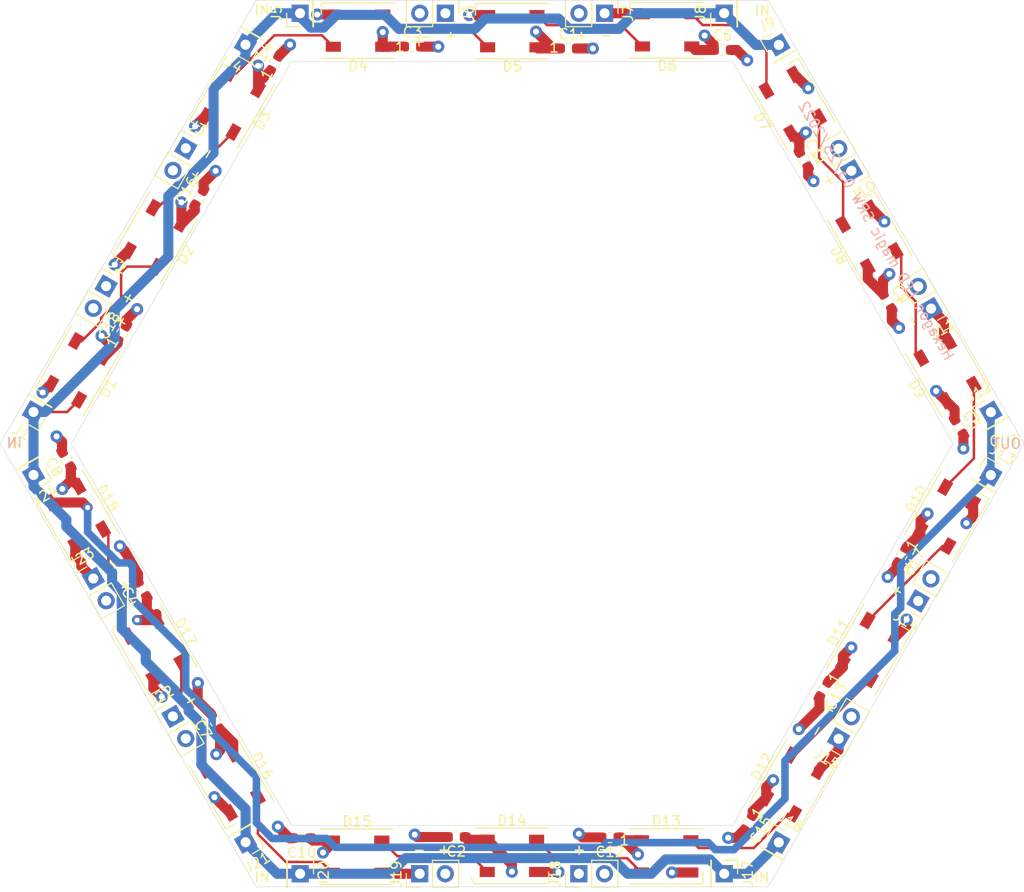
<source format=kicad_pcb>
(kicad_pcb (version 20171130) (host pcbnew "(5.1.6-0-10_14)")
  (layers (0 F.Cu signal hide) (1 GND signal hide) (2 PWR signal hide) (31 B.Cu signal) (34 B.Paste user) (35 F.Paste user) (36 B.SilkS user) (37 F.SilkS user) (38 B.Mask user) (39 F.Mask user) (44 Edge.Cuts user))
  (net 0 "")
  (net 1 GND)
  (net 2 "Net-(D1-Pad2)")
  (net 3 +5V)
  (net 4 "Net-(D2-Pad2)")
  (net 5 "Net-(D3-Pad2)")
  (net 6 "Net-(D4-Pad2)")
  (net 7 "Net-(D5-Pad2)")
  (net 8 "Net-(D6-Pad2)")
  (net 9 "Net-(D7-Pad2)")
  (net 10 "Net-(D8-Pad2)")
  (net 11 "Net-(D10-Pad4)")
  (net 12 "Net-(D11-Pad2)")
  (net 13 "Net-(D12-Pad2)")
  (net 14 "Net-(D13-Pad2)")
  (net 15 "Net-(D14-Pad2)")
  (net 16 "Net-(D15-Pad2)")
  (net 17 "Net-(D16-Pad2)")
  (net 18 "Net-(D17-Pad2)")
  (net 19 /in)
  (net 20 /int)
  (net 21 /out)
  (module Connector_PinHeader_2.54mm:PinHeader_1x02_P2.54mm_Vertical (layer F.Cu) (at 131.576451 133.676989 30)
    (fp_text reference J22 (at 0 -2.33 30) (layer F.SilkS))
    (fp_text value Conn_01x02_Male)
    (pad 2 thru_hole oval (at 0 2.54 30) (size 1.7 1.7) (drill 1) (layers *.Cu *.Mask) (net 1 GND))
    (pad 1 thru_hole rect (at 0 0 30) (size 1.7 1.7) (drill 1) (layers *.Cu *.Mask) (net 3 +5V))
  )
  (module Connector_PinHeader_2.54mm:PinHeader_1x02_P2.54mm_Vertical (layer F.Cu) (at 171.862651 149.293748 90)
    (fp_text reference J18 (at 0 -2.33 90) (layer F.SilkS))
    (fp_text value Conn_01x02_Male)
    (pad 1 thru_hole rect (at 0 0 90) (size 1.7 1.7) (drill 1) (layers *.Cu *.Mask) (net 3 +5V))
    (pad 2 thru_hole oval (at 0 2.54 90) (size 1.7 1.7) (drill 1) (layers *.Cu *.Mask) (net 1 GND))
  )
  (module Connector_PinHeader_2.54mm:PinHeader_1x01_P2.54mm_Vertical (layer F.Cu) (at 186.284307 149.292789 270)
    (fp_text reference J17 (at 0 -2.33 90) (layer F.SilkS))
    (fp_text value Conn_01x01_Male)
    (pad 1 thru_hole rect (at 0 0 270) (size 1.7 1.7) (drill 1) (layers *.Cu *.Mask) (net 19 /in))
  )
  (module Connector_PinHeader_2.54mm:PinHeader_1x01_P2.54mm_Vertical (layer F.Cu) (at 144.197683 149.296615 270)
    (fp_text reference J20 (at 0 -2.33 90) (layer F.SilkS))
    (fp_text value Conn_01x01_Male)
    (pad 1 thru_hole rect (at 0 0 270) (size 1.7 1.7) (drill 1) (layers *.Cu *.Mask) (net 19 /in))
  )
  (module Connector_PinHeader_2.54mm:PinHeader_1x01_P2.54mm_Vertical (layer F.Cu) (at 138.788109 146.166031 210)
    (fp_text reference J21 (at 0 -2.33 30) (layer F.SilkS))
    (fp_text value Conn_01x01_Male)
    (pad 1 thru_hole rect (at 0 0 210) (size 1.7 1.7) (drill 1) (layers *.Cu *.Mask) (net 19 /in))
  )
  (module Connector_PinHeader_2.54mm:PinHeader_1x02_P2.54mm_Vertical (layer F.Cu) (at 123.679225 119.995388 30)
    (fp_text reference J23 (at 0 -2.33 30) (layer F.SilkS))
    (fp_text value Conn_01x02_Male)
    (pad 1 thru_hole rect (at 0 0 30) (size 1.7 1.7) (drill 1) (layers *.Cu *.Mask) (net 1 GND))
    (pad 2 thru_hole oval (at 0 2.54 30) (size 1.7 1.7) (drill 1) (layers *.Cu *.Mask) (net 3 +5V))
  )
  (module Connector_PinHeader_2.54mm:PinHeader_1x01_P2.54mm_Vertical (layer F.Cu) (at 117.741483 109.719858 210)
    (fp_text reference J24 (at 0 -2.33 30) (layer F.SilkS))
    (fp_text value Conn_01x01_Male)
    (pad 1 thru_hole rect (at 0 0 210) (size 1.7 1.7) (drill 1) (layers *.Cu *.Mask) (net 19 /in))
  )
  (module LED_SMD:LED_WS2812B_PLCC4_5.0x5.0mm_P3.2mm (layer F.Cu) (at 122.041129 113.772652 300)
    (fp_text reference D18 (at 0 -3.5 120) (layer F.SilkS))
    (fp_text value WS2812B)
    (pad 3 smd rect (at 2.45 1.6 300) (size 1.5 1) (layers F.Cu F.Paste F.Mask) (net 1 GND))
    (pad 4 smd rect (at 2.45 -1.6 300) (size 1.5 1) (layers F.Cu F.Paste F.Mask) (net 18 "Net-(D17-Pad2)"))
    (pad 2 smd rect (at -2.45 1.6 300) (size 1.5 1) (layers F.Cu F.Paste F.Mask) (net 21 /out))
    (pad 1 smd rect (at -2.45 -1.6 300) (size 1.5 1) (layers F.Cu F.Paste F.Mask) (net 3 +5V))
  )
  (module Connector_PinHeader_2.54mm:PinHeader_1x02_P2.54mm_Vertical (layer F.Cu) (at 156.065424 149.292147 90)
    (fp_text reference J19 (at 0 -2.33 90) (layer F.SilkS))
    (fp_text value Conn_01x02_Male)
    (pad 2 thru_hole oval (at 0 2.54 90) (size 1.7 1.7) (drill 1) (layers *.Cu *.Mask) (net 3 +5V))
    (pad 1 thru_hole rect (at 0 0 90) (size 1.7 1.7) (drill 1) (layers *.Cu *.Mask) (net 1 GND))
  )
  (module LED_SMD:LED_WS2812B_PLCC4_5.0x5.0mm_P3.2mm (layer F.Cu) (at 137.398552 140.324637 300)
    (fp_text reference D16 (at 0 -3.5 120) (layer F.SilkS))
    (fp_text value WS2812B)
    (pad 3 smd rect (at 2.45 1.6 300) (size 1.5 1) (layers F.Cu F.Paste F.Mask) (net 1 GND))
    (pad 4 smd rect (at 2.45 -1.6 300) (size 1.5 1) (layers F.Cu F.Paste F.Mask) (net 16 "Net-(D15-Pad2)"))
    (pad 2 smd rect (at -2.45 1.6 300) (size 1.5 1) (layers F.Cu F.Paste F.Mask) (net 17 "Net-(D16-Pad2)"))
    (pad 1 smd rect (at -2.45 -1.6 300) (size 1.5 1) (layers F.Cu F.Paste F.Mask) (net 3 +5V))
  )
  (module Connector_PinHeader_2.54mm:PinHeader_1x02_P2.54mm_Vertical (layer F.Cu) (at 205.535273 122.223545 150)
    (fp_text reference J14 (at 0 -2.33 150) (layer F.SilkS))
    (fp_text value Conn_01x02_Male)
    (pad 2 thru_hole oval (at 0 2.54 150) (size 1.7 1.7) (drill 1) (layers *.Cu *.Mask) (net 1 GND))
    (pad 1 thru_hole rect (at 0 0 150) (size 1.7 1.7) (drill 1) (layers *.Cu *.Mask) (net 3 +5V))
  )
  (module Connector_PinHeader_2.54mm:PinHeader_1x02_P2.54mm_Vertical (layer F.Cu) (at 197.635273 135.903544 150)
    (fp_text reference J15 (at 0 -2.33 150) (layer F.SilkS))
    (fp_text value Conn_01x02_Male)
    (pad 1 thru_hole rect (at 0 0 150) (size 1.7 1.7) (drill 1) (layers *.Cu *.Mask) (net 1 GND))
    (pad 2 thru_hole oval (at 0 2.54 150) (size 1.7 1.7) (drill 1) (layers *.Cu *.Mask) (net 3 +5V))
  )
  (module Connector_PinHeader_2.54mm:PinHeader_1x01_P2.54mm_Vertical (layer F.Cu) (at 212.745272 109.733545 330)
    (fp_text reference J13 (at 0 -2.33 150) (layer F.SilkS))
    (fp_text value Conn_01x01_Male)
    (pad 1 thru_hole rect (at 0 0 330) (size 1.7 1.7) (drill 1) (layers *.Cu *.Mask) (net 21 /out))
  )
  (module LED_SMD:LED_WS2812B_PLCC4_5.0x5.0mm_P3.2mm (layer F.Cu) (at 208.375274 113.853544 60)
    (fp_text reference D10 (at 0 -3.5 60) (layer F.SilkS))
    (fp_text value WS2812B)
    (fp_text user 1 (at -4.15 -1.6 60) (layer F.SilkS))
    (pad 1 smd rect (at -2.45 -1.6 60) (size 1.5 1) (layers F.Cu F.Paste F.Mask) (net 3 +5V))
    (pad 2 smd rect (at -2.45 1.6 60) (size 1.5 1) (layers F.Cu F.Paste F.Mask) (net 20 /int))
    (pad 4 smd rect (at 2.45 -1.6 60) (size 1.5 1) (layers F.Cu F.Paste F.Mask) (net 11 "Net-(D10-Pad4)"))
    (pad 3 smd rect (at 2.45 1.6 60) (size 1.5 1) (layers F.Cu F.Paste F.Mask) (net 1 GND))
  )
  (module Connector_PinHeader_2.54mm:PinHeader_1x01_P2.54mm_Vertical (layer F.Cu) (at 191.705273 146.183544 330)
    (fp_text reference J16 (at 0 -2.33 150) (layer F.SilkS))
    (fp_text value Conn_01x01_Male)
    (pad 1 thru_hole rect (at 0 0 330) (size 1.7 1.7) (drill 1) (layers *.Cu *.Mask) (net 19 /in))
  )
  (module LED_SMD:LED_WS2812B_PLCC4_5.0x5.0mm_P3.2mm (layer F.Cu) (at 193.065273 140.433544 60)
    (fp_text reference D12 (at 0 -3.5 60) (layer F.SilkS))
    (fp_text value WS2812B)
    (fp_text user 1 (at -4.15 -1.6 60) (layer F.SilkS))
    (pad 3 smd rect (at 2.45 1.6 60) (size 1.5 1) (layers F.Cu F.Paste F.Mask) (net 1 GND))
    (pad 4 smd rect (at 2.45 -1.6 60) (size 1.5 1) (layers F.Cu F.Paste F.Mask) (net 12 "Net-(D11-Pad2)"))
    (pad 2 smd rect (at -2.45 1.6 60) (size 1.5 1) (layers F.Cu F.Paste F.Mask) (net 13 "Net-(D12-Pad2)"))
    (pad 1 smd rect (at -2.45 -1.6 60) (size 1.5 1) (layers F.Cu F.Paste F.Mask) (net 3 +5V))
  )
  (module LED_SMD:LED_WS2812B_PLCC4_5.0x5.0mm_P3.2mm (layer F.Cu) (at 200.675273 127.083544 60)
    (fp_text reference D11 (at 0 -3.5 60) (layer F.SilkS))
    (fp_text value WS2812B)
    (fp_text user 1 (at -4.15 -1.6 60) (layer F.SilkS))
    (pad 3 smd rect (at 2.45 1.6 60) (size 1.5 1) (layers F.Cu F.Paste F.Mask) (net 1 GND))
    (pad 4 smd rect (at 2.45 -1.6 60) (size 1.5 1) (layers F.Cu F.Paste F.Mask) (net 20 /int))
    (pad 2 smd rect (at -2.45 1.6 60) (size 1.5 1) (layers F.Cu F.Paste F.Mask) (net 12 "Net-(D11-Pad2)"))
    (pad 1 smd rect (at -2.45 -1.6 60) (size 1.5 1) (layers F.Cu F.Paste F.Mask) (net 3 +5V))
  )
  (module LED_SMD:LED_WS2812B_PLCC4_5.0x5.0mm_P3.2mm (layer F.Cu) (at 208.452005 99.430629 120)
    (fp_text reference D9 (at 0 -3.5 120) (layer F.SilkS))
    (fp_text value WS2812B)
    (pad 1 smd rect (at -2.45 -1.6 120) (size 1.5 1) (layers F.Cu F.Paste F.Mask) (net 3 +5V))
    (pad 2 smd rect (at -2.45 1.6 120) (size 1.5 1) (layers F.Cu F.Paste F.Mask) (net 11 "Net-(D10-Pad4)"))
    (pad 4 smd rect (at 2.45 -1.6 120) (size 1.5 1) (layers F.Cu F.Paste F.Mask) (net 10 "Net-(D8-Pad2)"))
    (pad 3 smd rect (at 2.45 1.6 120) (size 1.5 1) (layers F.Cu F.Paste F.Mask) (net 1 GND))
  )
  (module LED_SMD:LED_WS2812B_PLCC4_5.0x5.0mm_P3.2mm (layer F.Cu) (at 193.088049 72.88178 120)
    (fp_text reference D7 (at 0 -3.5 120) (layer F.SilkS))
    (fp_text value WS2812B)
    (pad 3 smd rect (at 2.45 1.6 120) (size 1.5 1) (layers F.Cu F.Paste F.Mask) (net 1 GND))
    (pad 4 smd rect (at 2.45 -1.6 120) (size 1.5 1) (layers F.Cu F.Paste F.Mask) (net 8 "Net-(D6-Pad2)"))
    (pad 2 smd rect (at -2.45 1.6 120) (size 1.5 1) (layers F.Cu F.Paste F.Mask) (net 9 "Net-(D7-Pad2)"))
    (pad 1 smd rect (at -2.45 -1.6 120) (size 1.5 1) (layers F.Cu F.Paste F.Mask) (net 3 +5V))
  )
  (module Connector_PinHeader_2.54mm:PinHeader_1x01_P2.54mm_Vertical (layer F.Cu) (at 212.75165 103.483424 30)
    (fp_text reference J12 (at 0 -2.33 30) (layer F.SilkS))
    (fp_text value Conn_01x01_Male)
    (pad 1 thru_hole rect (at 0 0 30) (size 1.7 1.7) (drill 1) (layers *.Cu *.Mask) (net 21 /out))
  )
  (module Connector_PinHeader_2.54mm:PinHeader_1x01_P2.54mm_Vertical (layer F.Cu) (at 191.705025 67.037252 30)
    (fp_text reference J9 (at 0 -2.33 30) (layer F.SilkS))
    (fp_text value Conn_01x01_Male)
    (pad 1 thru_hole rect (at 0 0 30) (size 1.7 1.7) (drill 1) (layers *.Cu *.Mask) (net 19 /in))
  )
  (module Connector_PinHeader_2.54mm:PinHeader_1x02_P2.54mm_Vertical (layer F.Cu) (at 198.916683 79.526293 210)
    (fp_text reference J10 (at 0 -2.33 30) (layer F.SilkS))
    (fp_text value Conn_01x02_Male)
    (pad 1 thru_hole rect (at 0 0 210) (size 1.7 1.7) (drill 1) (layers *.Cu *.Mask) (net 3 +5V))
    (pad 2 thru_hole oval (at 0 2.54 210) (size 1.7 1.7) (drill 1) (layers *.Cu *.Mask) (net 1 GND))
  )
  (module Connector_PinHeader_2.54mm:PinHeader_1x02_P2.54mm_Vertical (layer F.Cu) (at 206.81391 93.207893 210)
    (fp_text reference J11 (at 0 -2.33 30) (layer F.SilkS))
    (fp_text value Conn_01x02_Male)
    (pad 2 thru_hole oval (at 0 2.54 210) (size 1.7 1.7) (drill 1) (layers *.Cu *.Mask) (net 3 +5V))
    (pad 1 thru_hole rect (at 0 0 210) (size 1.7 1.7) (drill 1) (layers *.Cu *.Mask) (net 1 GND))
  )
  (module LED_SMD:LED_WS2812B_PLCC4_5.0x5.0mm_P3.2mm (layer F.Cu) (at 200.695565 86.165177 120)
    (fp_text reference D8 (at 0 -3.5 120) (layer F.SilkS))
    (fp_text value WS2812B)
    (pad 1 smd rect (at -2.45 -1.6 120) (size 1.5 1) (layers F.Cu F.Paste F.Mask) (net 3 +5V))
    (pad 2 smd rect (at -2.45 1.6 120) (size 1.5 1) (layers F.Cu F.Paste F.Mask) (net 10 "Net-(D8-Pad2)"))
    (pad 4 smd rect (at 2.45 -1.6 120) (size 1.5 1) (layers F.Cu F.Paste F.Mask) (net 9 "Net-(D7-Pad2)"))
    (pad 3 smd rect (at 2.45 1.6 120) (size 1.5 1) (layers F.Cu F.Paste F.Mask) (net 1 GND))
  )
  (module Connector_PinHeader_2.54mm:PinHeader_1x02_P2.54mm_Vertical (layer F.Cu) (at 158.614808 63.896332 270)
    (fp_text reference J6 (at 0 -2.33 90) (layer F.SilkS))
    (fp_text value Conn_01x02_Male)
    (pad 2 thru_hole oval (at 0 2.54 270) (size 1.7 1.7) (drill 1) (layers *.Cu *.Mask) (net 1 GND))
    (pad 1 thru_hole rect (at 0 0 270) (size 1.7 1.7) (drill 1) (layers *.Cu *.Mask) (net 3 +5V))
  )
  (module Connector_PinHeader_2.54mm:PinHeader_1x02_P2.54mm_Vertical (layer F.Cu) (at 174.412035 63.897933 270)
    (fp_text reference J7 (at 0 -2.33 90) (layer F.SilkS))
    (fp_text value Conn_01x02_Male)
    (pad 1 thru_hole rect (at 0 0 270) (size 1.7 1.7) (drill 1) (layers *.Cu *.Mask) (net 1 GND))
    (pad 2 thru_hole oval (at 0 2.54 270) (size 1.7 1.7) (drill 1) (layers *.Cu *.Mask) (net 3 +5V))
  )
  (module Connector_PinHeader_2.54mm:PinHeader_1x01_P2.54mm_Vertical (layer F.Cu) (at 144.193151 63.897289 90)
    (fp_text reference J5 (at 0 -2.33 90) (layer F.SilkS))
    (fp_text value Conn_01x01_Male)
    (pad 1 thru_hole rect (at 0 0 90) (size 1.7 1.7) (drill 1) (layers *.Cu *.Mask) (net 19 /in))
  )
  (module LED_SMD:LED_WS2812B_PLCC4_5.0x5.0mm_P3.2mm (layer F.Cu) (at 149.946174 65.621819 180)
    (fp_text reference D4 (at 0 -3.5) (layer F.SilkS))
    (fp_text value WS2812B)
    (fp_text user 1 (at -4.15 -1.6) (layer F.SilkS))
    (pad 1 smd rect (at -2.45 -1.6 180) (size 1.5 1) (layers F.Cu F.Paste F.Mask) (net 3 +5V))
    (pad 2 smd rect (at -2.45 1.6 180) (size 1.5 1) (layers F.Cu F.Paste F.Mask) (net 6 "Net-(D4-Pad2)"))
    (pad 4 smd rect (at 2.45 -1.6 180) (size 1.5 1) (layers F.Cu F.Paste F.Mask) (net 5 "Net-(D3-Pad2)"))
    (pad 3 smd rect (at 2.45 1.6 180) (size 1.5 1) (layers F.Cu F.Paste F.Mask) (net 1 GND))
  )
  (module Connector_PinHeader_2.54mm:PinHeader_1x01_P2.54mm_Vertical (layer F.Cu) (at 186.279776 63.893464 90)
    (fp_text reference J8 (at 0 -2.33 90) (layer F.SilkS))
    (fp_text value Conn_01x01_Male)
    (pad 1 thru_hole rect (at 0 0 90) (size 1.7 1.7) (drill 1) (layers *.Cu *.Mask) (net 19 /in))
  )
  (module LED_SMD:LED_WS2812B_PLCC4_5.0x5.0mm_P3.2mm (layer F.Cu) (at 180.62013 65.590669 180)
    (fp_text reference D6 (at 0 -3.5) (layer F.SilkS))
    (fp_text value WS2812B)
    (pad 3 smd rect (at 2.45 1.6 180) (size 1.5 1) (layers F.Cu F.Paste F.Mask) (net 1 GND))
    (pad 4 smd rect (at 2.45 -1.6 180) (size 1.5 1) (layers F.Cu F.Paste F.Mask) (net 7 "Net-(D5-Pad2)"))
    (pad 2 smd rect (at -2.45 1.6 180) (size 1.5 1) (layers F.Cu F.Paste F.Mask) (net 8 "Net-(D6-Pad2)"))
    (pad 1 smd rect (at -2.45 -1.6 180) (size 1.5 1) (layers F.Cu F.Paste F.Mask) (net 3 +5V))
  )
  (module LED_SMD:LED_WS2812B_PLCC4_5.0x5.0mm_P3.2mm (layer F.Cu) (at 165.253691 65.675216 180)
    (fp_text reference D5 (at 0 -3.5) (layer F.SilkS))
    (fp_text value WS2812B)
    (fp_text user 1 (at -4.15 -1.6) (layer F.SilkS))
    (pad 3 smd rect (at 2.45 1.6 180) (size 1.5 1) (layers F.Cu F.Paste F.Mask) (net 1 GND))
    (pad 4 smd rect (at 2.45 -1.6 180) (size 1.5 1) (layers F.Cu F.Paste F.Mask) (net 6 "Net-(D4-Pad2)"))
    (pad 2 smd rect (at -2.45 1.6 180) (size 1.5 1) (layers F.Cu F.Paste F.Mask) (net 7 "Net-(D5-Pad2)"))
    (pad 1 smd rect (at -2.45 -1.6 180) (size 1.5 1) (layers F.Cu F.Paste F.Mask) (net 3 +5V))
  )
  (module LED_SMD:LED_WS2812B_PLCC4_5.0x5.0mm_P3.2mm (layer F.Cu) (at 137.417198 72.766826 240)
    (fp_text reference D3 (at 0 -3.5 60) (layer F.SilkS))
    (fp_text value WS2812B)
    (fp_text user 1 (at -4.15 -1.6 60) (layer F.SilkS))
    (pad 1 smd rect (at -2.45 -1.6 240) (size 1.5 1) (layers F.Cu F.Paste F.Mask) (net 3 +5V))
    (pad 2 smd rect (at -2.45 1.6 240) (size 1.5 1) (layers F.Cu F.Paste F.Mask) (net 5 "Net-(D3-Pad2)"))
    (pad 4 smd rect (at 2.45 -1.6 240) (size 1.5 1) (layers F.Cu F.Paste F.Mask) (net 4 "Net-(D2-Pad2)"))
    (pad 3 smd rect (at 2.45 1.6 240) (size 1.5 1) (layers F.Cu F.Paste F.Mask) (net 1 GND))
  )
  (module LED_SMD:LED_WS2812B_PLCC4_5.0x5.0mm_P3.2mm (layer F.Cu) (at 122.107198 99.346826 240)
    (fp_text reference D1 (at 0 -3.5 60) (layer F.SilkS))
    (fp_text value WS2812B)
    (fp_text user 1 (at -4.15 -1.6 60) (layer F.SilkS))
    (pad 3 smd rect (at 2.45 1.6 240) (size 1.5 1) (layers F.Cu F.Paste F.Mask) (net 1 GND))
    (pad 4 smd rect (at 2.45 -1.6 240) (size 1.5 1) (layers F.Cu F.Paste F.Mask) (net 19 /in))
    (pad 2 smd rect (at -2.45 1.6 240) (size 1.5 1) (layers F.Cu F.Paste F.Mask) (net 2 "Net-(D1-Pad2)"))
    (pad 1 smd rect (at -2.45 -1.6 240) (size 1.5 1) (layers F.Cu F.Paste F.Mask) (net 3 +5V))
  )
  (module Connector_PinHeader_2.54mm:PinHeader_1x01_P2.54mm_Vertical (layer F.Cu) (at 138.777199 67.016826 150)
    (fp_text reference J4 (at 0 -2.33 150) (layer F.SilkS))
    (fp_text value Conn_01x01_Male)
    (pad 1 thru_hole rect (at 0 0 150) (size 1.7 1.7) (drill 1) (layers *.Cu *.Mask) (net 19 /in))
  )
  (module Connector_PinHeader_2.54mm:PinHeader_1x01_P2.54mm_Vertical (layer F.Cu) (at 117.7372 103.466824 150)
    (fp_text reference J1 (at 0 -2.33 150) (layer F.SilkS))
    (fp_text value Conn_01x01_Male)
    (pad 1 thru_hole rect (at 0 0 150) (size 1.7 1.7) (drill 1) (layers *.Cu *.Mask) (net 19 /in))
  )
  (module Connector_PinHeader_2.54mm:PinHeader_1x02_P2.54mm_Vertical (layer F.Cu) (at 124.947198 90.976825 330)
    (fp_text reference J2 (at 0 -2.33 150) (layer F.SilkS))
    (fp_text value Conn_01x02_Male)
    (pad 1 thru_hole rect (at 0 0 330) (size 1.7 1.7) (drill 1) (layers *.Cu *.Mask) (net 3 +5V))
    (pad 2 thru_hole oval (at 0 2.54 330) (size 1.7 1.7) (drill 1) (layers *.Cu *.Mask) (net 1 GND))
  )
  (module Connector_PinHeader_2.54mm:PinHeader_1x02_P2.54mm_Vertical (layer F.Cu) (at 132.847198 77.296826 330)
    (fp_text reference J3 (at 0 -2.33 150) (layer F.SilkS))
    (fp_text value Conn_01x02_Male)
    (pad 2 thru_hole oval (at 0 2.54 330) (size 1.7 1.7) (drill 1) (layers *.Cu *.Mask) (net 3 +5V))
    (pad 1 thru_hole rect (at 0 0 330) (size 1.7 1.7) (drill 1) (layers *.Cu *.Mask) (net 1 GND))
  )
  (module LED_SMD:LED_WS2812B_PLCC4_5.0x5.0mm_P3.2mm (layer F.Cu) (at 129.807199 86.116826 240)
    (fp_text reference D2 (at 0 -3.5 60) (layer F.SilkS))
    (fp_text value WS2812B)
    (pad 1 smd rect (at -2.45 -1.6 240) (size 1.5 1) (layers F.Cu F.Paste F.Mask) (net 3 +5V))
    (pad 2 smd rect (at -2.45 1.6 240) (size 1.5 1) (layers F.Cu F.Paste F.Mask) (net 4 "Net-(D2-Pad2)"))
    (pad 4 smd rect (at 2.45 -1.6 240) (size 1.5 1) (layers F.Cu F.Paste F.Mask) (net 2 "Net-(D1-Pad2)"))
    (pad 3 smd rect (at 2.45 1.6 240) (size 1.5 1) (layers F.Cu F.Paste F.Mask) (net 1 GND))
  )
  (module LED_SMD:LED_WS2812B_PLCC4_5.0x5.0mm_P3.2mm (layer F.Cu) (at 180.524753 147.571394)
    (fp_text reference D13 (at 0 -3.5) (layer F.SilkS))
    (fp_text value WS2812B)
    (fp_text user 1 (at -4.15 -1.6) (layer F.SilkS))
    (pad 1 smd rect (at -2.45 -1.6) (size 1.5 1) (layers F.Cu F.Paste F.Mask) (net 3 +5V))
    (pad 2 smd rect (at -2.45 1.6) (size 1.5 1) (layers F.Cu F.Paste F.Mask) (net 14 "Net-(D13-Pad2)"))
    (pad 4 smd rect (at 2.45 -1.6) (size 1.5 1) (layers F.Cu F.Paste F.Mask) (net 13 "Net-(D12-Pad2)"))
    (pad 3 smd rect (at 2.45 1.6) (size 1.5 1) (layers F.Cu F.Paste F.Mask) (net 1 GND))
  )
  (module LED_SMD:LED_WS2812B_PLCC4_5.0x5.0mm_P3.2mm (layer F.Cu) (at 149.850797 147.602545)
    (fp_text reference D15 (at 0 -3.5) (layer F.SilkS))
    (fp_text value WS2812B)
    (pad 3 smd rect (at 2.45 1.6) (size 1.5 1) (layers F.Cu F.Paste F.Mask) (net 1 GND))
    (pad 4 smd rect (at 2.45 -1.6) (size 1.5 1) (layers F.Cu F.Paste F.Mask) (net 15 "Net-(D14-Pad2)"))
    (pad 2 smd rect (at -2.45 1.6) (size 1.5 1) (layers F.Cu F.Paste F.Mask) (net 16 "Net-(D15-Pad2)"))
    (pad 1 smd rect (at -2.45 -1.6) (size 1.5 1) (layers F.Cu F.Paste F.Mask) (net 3 +5V))
  )
  (module LED_SMD:LED_WS2812B_PLCC4_5.0x5.0mm_P3.2mm (layer F.Cu) (at 165.217236 147.517998)
    (fp_text reference D14 (at 0 -3.5) (layer F.SilkS))
    (fp_text value WS2812B)
    (pad 3 smd rect (at 2.45 1.6) (size 1.5 1) (layers F.Cu F.Paste F.Mask) (net 1 GND))
    (pad 4 smd rect (at 2.45 -1.6) (size 1.5 1) (layers F.Cu F.Paste F.Mask) (net 14 "Net-(D13-Pad2)"))
    (pad 2 smd rect (at -2.45 1.6) (size 1.5 1) (layers F.Cu F.Paste F.Mask) (net 15 "Net-(D14-Pad2)"))
    (pad 1 smd rect (at -2.45 -1.6) (size 1.5 1) (layers F.Cu F.Paste F.Mask) (net 3 +5V))
  )
  (module LED_SMD:LED_WS2812B_PLCC4_5.0x5.0mm_P3.2mm (layer F.Cu) (at 129.791036 127.04124 300)
    (fp_text reference D17 (at 0 -3.5 120) (layer F.SilkS))
    (fp_text value WS2812B)
    (pad 1 smd rect (at -2.45 -1.6 300) (size 1.5 1) (layers F.Cu F.Paste F.Mask) (net 3 +5V))
    (pad 2 smd rect (at -2.45 1.6 300) (size 1.5 1) (layers F.Cu F.Paste F.Mask) (net 18 "Net-(D17-Pad2)"))
    (pad 4 smd rect (at 2.45 -1.6 300) (size 1.5 1) (layers F.Cu F.Paste F.Mask) (net 17 "Net-(D16-Pad2)"))
    (pad 3 smd rect (at 2.45 1.6 300) (size 1.5 1) (layers F.Cu F.Paste F.Mask) (net 1 GND))
  )
  (module Capacitor_SMD:C_0603_1608Metric_Pad1.05x0.95mm_HandSolder (layer F.Cu) (at 170.83 67.39)
    (fp_text reference C1 (at 0 -1.43) (layer F.SilkS))
    (fp_text value C)
    (pad 2 smd roundrect (at 0.875 0) (size 1.05 0.95) (layers F.Cu F.Paste F.Mask) (net 1 GND))
    (pad 1 smd roundrect (at -0.875 0) (size 1.05 0.95) (layers F.Cu F.Paste F.Mask) (net 3 +5V))
  )
  (module Capacitor_SMD:C_0603_1608Metric_Pad1.05x0.95mm_HandSolder (layer F.Cu) (at 159.7 145.65 180)
    (fp_text reference C2 (at 0 -1.43) (layer F.SilkS))
    (fp_text value C)
    (pad 2 smd roundrect (at 0.875 0 180) (size 1.05 0.95) (layers F.Cu F.Paste F.Mask) (net 1 GND))
    (pad 1 smd roundrect (at -0.875 0 180) (size 1.05 0.95) (layers F.Cu F.Paste F.Mask) (net 3 +5V))
  )
  (module Capacitor_SMD:C_0603_1608Metric_Pad1.05x0.95mm_HandSolder (layer F.Cu) (at 155.355 67.21)
    (fp_text reference C3 (at 0 -1.43) (layer F.SilkS))
    (fp_text value C)
    (pad 1 smd roundrect (at -0.875 0) (size 1.05 0.95) (layers F.Cu F.Paste F.Mask) (net 3 +5V))
    (pad 2 smd roundrect (at 0.875 0) (size 1.05 0.95) (layers F.Cu F.Paste F.Mask) (net 1 GND))
  )
  (module Capacitor_SMD:C_0603_1608Metric_Pad1.05x0.95mm_HandSolder (layer F.Cu) (at 128.5475 121.067772 120)
    (fp_text reference C4 (at 0 -1.43 120) (layer F.SilkS))
    (fp_text value C)
    (pad 2 smd roundrect (at 0.875 0 120) (size 1.05 0.95) (layers F.Cu F.Paste F.Mask) (net 1 GND))
    (pad 1 smd roundrect (at -0.875 0 120) (size 1.05 0.95) (layers F.Cu F.Paste F.Mask) (net 3 +5V))
  )
  (module Capacitor_SMD:C_0603_1608Metric_Pad1.05x0.95mm_HandSolder (layer F.Cu) (at 209.5875 104.957772 300)
    (fp_text reference C5 (at 0 -1.43 120) (layer F.SilkS))
    (fp_text value C)
    (pad 2 smd roundrect (at 0.875 0 300) (size 1.05 0.95) (layers F.Cu F.Paste F.Mask) (net 1 GND))
    (pad 1 smd roundrect (at -0.875 0 300) (size 1.05 0.95) (layers F.Cu F.Paste F.Mask) (net 3 +5V))
  )
  (module Capacitor_SMD:C_0603_1608Metric_Pad1.05x0.95mm_HandSolder (layer F.Cu) (at 186.105 67.54)
    (fp_text reference C6 (at 0 -1.43) (layer F.SilkS))
    (fp_text value C)
    (pad 2 smd roundrect (at 0.875 0) (size 1.05 0.95) (layers F.Cu F.Paste F.Mask) (net 1 GND))
    (pad 1 smd roundrect (at -0.875 0) (size 1.05 0.95) (layers F.Cu F.Paste F.Mask) (net 3 +5V))
  )
  (module Capacitor_SMD:C_0603_1608Metric_Pad1.05x0.95mm_HandSolder (layer F.Cu) (at 135.81 134.22 120)
    (fp_text reference C7 (at 0 -1.43 120) (layer F.SilkS))
    (fp_text value C)
    (pad 2 smd roundrect (at 0.875 0 120) (size 1.05 0.95) (layers F.Cu F.Paste F.Mask) (net 1 GND))
    (pad 1 smd roundrect (at -0.875 0 120) (size 1.05 0.95) (layers F.Cu F.Paste F.Mask) (net 3 +5V))
  )
  (module Capacitor_SMD:C_0603_1608Metric_Pad1.05x0.95mm_HandSolder (layer F.Cu) (at 121.0075 108.197772 120)
    (fp_text reference C8 (at 0 -1.43 120) (layer F.SilkS))
    (fp_text value C)
    (pad 2 smd roundrect (at 0.875 0 120) (size 1.05 0.95) (layers F.Cu F.Paste F.Mask) (net 1 GND))
    (pad 1 smd roundrect (at -0.875 0 120) (size 1.05 0.95) (layers F.Cu F.Paste F.Mask) (net 3 +5V))
  )
  (module Capacitor_SMD:C_0603_1608Metric_Pad1.05x0.95mm_HandSolder (layer F.Cu) (at 202.48 92.5 300)
    (fp_text reference C9 (at 0 -1.43 120) (layer F.SilkS))
    (fp_text value C)
    (pad 2 smd roundrect (at 0.875 0 300) (size 1.05 0.95) (layers F.Cu F.Paste F.Mask) (net 1 GND))
    (pad 1 smd roundrect (at -0.875 0 300) (size 1.05 0.95) (layers F.Cu F.Paste F.Mask) (net 3 +5V))
  )
  (module Capacitor_SMD:C_0603_1608Metric_Pad1.05x0.95mm_HandSolder (layer F.Cu) (at 144.355 145.77 180)
    (fp_text reference C10 (at 0 -1.43) (layer F.SilkS))
    (fp_text value C)
    (pad 1 smd roundrect (at -0.875 0 180) (size 1.05 0.95) (layers F.Cu F.Paste F.Mask) (net 3 +5V))
    (pad 2 smd roundrect (at 0.875 0 180) (size 1.05 0.95) (layers F.Cu F.Paste F.Mask) (net 1 GND))
  )
  (module Capacitor_SMD:C_0603_1608Metric_Pad1.05x0.95mm_HandSolder (layer F.Cu) (at 194.18 78.42 300)
    (fp_text reference C11 (at 0 -1.43 120) (layer F.SilkS))
    (fp_text value C)
    (pad 1 smd roundrect (at -0.875 0 300) (size 1.05 0.95) (layers F.Cu F.Paste F.Mask) (net 3 +5V))
    (pad 2 smd roundrect (at 0.875 0 300) (size 1.05 0.95) (layers F.Cu F.Paste F.Mask) (net 1 GND))
  )
  (module Capacitor_SMD:C_0603_1608Metric_Pad1.05x0.95mm_HandSolder (layer F.Cu) (at 174.945 145.69 180)
    (fp_text reference C12 (at 0 -1.43) (layer F.SilkS))
    (fp_text value C)
    (pad 1 smd roundrect (at -0.875 0 180) (size 1.05 0.95) (layers F.Cu F.Paste F.Mask) (net 3 +5V))
    (pad 2 smd roundrect (at 0.875 0 180) (size 1.05 0.95) (layers F.Cu F.Paste F.Mask) (net 1 GND))
  )
  (module Capacitor_SMD:C_0603_1608Metric_Pad1.05x0.95mm_HandSolder (layer F.Cu) (at 196.17 131.01 240)
    (fp_text reference C13 (at 0 -1.43 60) (layer F.SilkS))
    (fp_text value C)
    (pad 1 smd roundrect (at -0.875 0 240) (size 1.05 0.95) (layers F.Cu F.Paste F.Mask) (net 3 +5V))
    (pad 2 smd roundrect (at 0.875 0 240) (size 1.05 0.95) (layers F.Cu F.Paste F.Mask) (net 1 GND))
  )
  (module Capacitor_SMD:C_0603_1608Metric_Pad1.05x0.95mm_HandSolder (layer F.Cu) (at 141.6625 68.867772 60)
    (fp_text reference C14 (at 0 -1.43 60) (layer F.SilkS))
    (fp_text value C)
    (pad 1 smd roundrect (at -0.875 0 60) (size 1.05 0.95) (layers F.Cu F.Paste F.Mask) (net 3 +5V))
    (pad 2 smd roundrect (at 0.875 0 60) (size 1.05 0.95) (layers F.Cu F.Paste F.Mask) (net 1 GND))
  )
  (module Capacitor_SMD:C_0603_1608Metric_Pad1.05x0.95mm_HandSolder (layer F.Cu) (at 188.68 144.23 240)
    (fp_text reference C15 (at 0 -1.43 60) (layer F.SilkS))
    (fp_text value C)
    (pad 2 smd roundrect (at 0.875 0 240) (size 1.05 0.95) (layers F.Cu F.Paste F.Mask) (net 1 GND))
    (pad 1 smd roundrect (at -0.875 0 240) (size 1.05 0.95) (layers F.Cu F.Paste F.Mask) (net 3 +5V))
  )
  (module Capacitor_SMD:C_0603_1608Metric_Pad1.05x0.95mm_HandSolder (layer F.Cu) (at 134.1825 82.207772 60)
    (fp_text reference C16 (at 0 -1.43 60) (layer F.SilkS))
    (fp_text value C)
    (pad 1 smd roundrect (at -0.875 0 60) (size 1.05 0.95) (layers F.Cu F.Paste F.Mask) (net 3 +5V))
    (pad 2 smd roundrect (at 0.875 0 60) (size 1.05 0.95) (layers F.Cu F.Paste F.Mask) (net 1 GND))
  )
  (module Capacitor_SMD:C_0603_1608Metric_Pad1.05x0.95mm_HandSolder (layer F.Cu) (at 203.91 117.71 240)
    (fp_text reference C17 (at 0 -1.43 60) (layer F.SilkS))
    (fp_text value C)
    (pad 1 smd roundrect (at -0.875 0 240) (size 1.05 0.95) (layers F.Cu F.Paste F.Mask) (net 3 +5V))
    (pad 2 smd roundrect (at 0.875 0 240) (size 1.05 0.95) (layers F.Cu F.Paste F.Mask) (net 1 GND))
  )
  (module Capacitor_SMD:C_0603_1608Metric_Pad1.05x0.95mm_HandSolder (layer F.Cu) (at 126.5275 95.642228 60)
    (fp_text reference C18 (at 0 -1.43 60) (layer F.SilkS))
    (fp_text value C)
    (pad 1 smd roundrect (at -0.875 0 60) (size 1.05 0.95) (layers F.Cu F.Paste F.Mask) (net 3 +5V))
    (pad 2 smd roundrect (at 0.875 0 60) (size 1.05 0.95) (layers F.Cu F.Paste F.Mask) (net 1 GND))
  )
  (gr_text "Hexagon LED magic SRW 03/25/2022" (at 201.37 85.49 300) (layer B.SilkS) (effects (font (size 1 1)) (justify mirror)))
  (gr_text OUT (at 214.32 106.62) (layer B.SilkS) (effects (font (size 1 1)) (justify mirror)))
  (gr_text IN (at 115.84 106.54) (layer B.SilkS) (effects (font (size 1 1)) (justify mirror)))
  (gr_text OUT (at 214.04 106.35) (layer F.SilkS) (effects (font (size 1 1))))
  (gr_text IN (at 190.011865 149.688397) (layer F.SilkS) (effects (font (size 1 1))))
  (gr_text IN (at 140.421866 149.668397) (layer F.SilkS) (effects (font (size 1 1))))
  (gr_text + (at 196.775263 80.396769 300) (layer F.SilkS) (effects (font (size 1 1))))
  (gr_text - (at 195.505622 78.277686 300) (layer F.SilkS) (effects (font (size 1 1))))
  (gr_text + (at 203.644737 92.343231 120) (layer F.SilkS) (effects (font (size 1 1))))
  (gr_text - (at 204.914378 94.462314 120) (layer F.SilkS) (effects (font (size 1 1))))
  (gr_text + (at 203.505263 121.226769 240) (layer F.SilkS) (effects (font (size 1 1))))
  (gr_text - (at 204.705622 119.067686 240) (layer F.SilkS) (effects (font (size 1 1))))
  (gr_text + (at 196.634737 132.933231 60) (layer F.SilkS) (effects (font (size 1 1))))
  (gr_text - (at 195.434378 135.092314 60) (layer F.SilkS) (effects (font (size 1 1))))
  (gr_text + (at 171.89 147.03 180) (layer F.SilkS) (effects (font (size 1 1))))
  (gr_text - (at 174.36 146.99 180) (layer F.SilkS) (effects (font (size 1 1))))
  (gr_text + (at 158.49 146.87) (layer F.SilkS) (effects (font (size 1 1))))
  (gr_text - (at 156.02 146.91) (layer F.SilkS) (effects (font (size 1 1))))
  (gr_text + (at 133.304737 132.163231 120) (layer F.SilkS) (effects (font (size 1 1))))
  (gr_text - (at 134.574378 134.282314 120) (layer F.SilkS) (effects (font (size 1 1))))
  (gr_text + (at 126.935263 120.686769 300) (layer F.SilkS) (effects (font (size 1 1))))
  (gr_text - (at 125.665622 118.567686 300) (layer F.SilkS) (effects (font (size 1 1))))
  (gr_text + (at 127.084737 92.153231 60) (layer F.SilkS) (effects (font (size 1 1))))
  (gr_text - (at 125.884378 94.312314 60) (layer F.SilkS) (effects (font (size 1 1))))
  (gr_text + (at 133.935263 80.066769 240) (layer F.SilkS) (effects (font (size 1 1))))
  (gr_text - (at 135.135622 77.907686 240) (layer F.SilkS) (effects (font (size 1 1))))
  (gr_text - (at 156.67 66.15) (layer F.SilkS) (effects (font (size 1 1))))
  (gr_text + (at 159.14 66.11) (layer F.SilkS) (effects (font (size 1 1))))
  (gr_text + (at 172.11 66.25 180) (layer F.SilkS) (effects (font (size 1 1))))
  (gr_line (start 139.837529 150.59372) (end 114.437529 106.59963) (layer Edge.Cuts) (width 0.05))
  (gr_text IN (at 115.82 106.56) (layer F.SilkS) (effects (font (size 1 1))))
  (gr_text + (at 126.404918 94.48995 60) (layer F.SilkS) (effects (font (size 1 1))))
  (gr_text IN (at 140.42 63.58) (layer F.SilkS) (effects (font (size 1 1))))
  (gr_text + (at 155.999368 66.668612) (layer F.SilkS) (effects (font (size 1 1))))
  (gr_text - (at 174.58 66.21 180) (layer F.SilkS) (effects (font (size 1 1))))
  (gr_text IN (at 190.07 63.63) (layer F.SilkS) (effects (font (size 1 1))))
  (gr_text + (at 204.691614 118.757301 240) (layer F.SilkS) (effects (font (size 1 1))))
  (gr_line (start 143.361819 144.505971) (end 121.462529 106.607471) (layer Edge.Cuts) (width 0.05))
  (gr_line (start 187.13182 144.505971) (end 143.361819 144.505971) (layer Edge.Cuts) (width 0.05))
  (gr_line (start 209.003238 106.591378) (end 187.13182 144.505971) (layer Edge.Cuts) (width 0.05))
  (gr_line (start 187.113239 68.693287) (end 209.003238 106.591378) (layer Edge.Cuts) (width 0.05))
  (gr_line (start 143.343238 68.693287) (end 187.113239 68.693287) (layer Edge.Cuts) (width 0.05))
  (gr_line (start 121.462529 106.607471) (end 143.343238 68.693287) (layer Edge.Cuts) (width 0.05))
  (gr_line (start 114.437529 106.599629) (end 139.837529 62.605538) (layer Edge.Cuts) (width 0.05))
  (gr_line (start 139.837529 62.605538) (end 190.637529 62.605538) (layer Edge.Cuts) (width 0.05))
  (gr_line (start 190.637529 62.605538) (end 216.037529 106.599629) (layer Edge.Cuts) (width 0.05))
  (gr_line (start 216.037529 106.599629) (end 190.637529 150.59372) (layer Edge.Cuts) (width 0.05))
  (gr_text - (at 161.290746 150.039917 120) (layer F.SilkS) (effects (font (size 1 1))))
  (gr_line (start 190.637529 150.59372) (end 139.837529 150.59372) (layer Edge.Cuts) (width 0.05))
  (gr_text - (at 125.643745 124.901759 60) (layer F.SilkS) (effects (font (size 1 1))))
  (segment (start 119.496557 100.668588) (end 118.64 101.525145) (width 1) (layer F.Cu) (net 1))
  (segment (start 118.64 101.525145) (end 118.64 101.525145) (width 1) (layer F.Cu) (net 1))
  (segment (start 118.64 101.525145) (end 118.64 101.525145) (width 1) (layer F.Cu) (net 1))
  (via (at 118.64 101.525145) (size 1.2) (drill 0.6) (layers F.Cu B.Cu) (net 1))
  (segment (start 127.196558 87.438588) (end 125.8 88.835146) (width 1) (layer F.Cu) (net 1))
  (segment (start 125.8 88.835146) (end 125.8 88.835146) (width 1) (layer F.Cu) (net 1))
  (via (at 125.8 88.835146) (size 1.2) (drill 0.6) (layers F.Cu B.Cu) (net 1))
  (segment (start 134.806557 74.088588) (end 133.78 75.115145) (width 1) (layer F.Cu) (net 1))
  (segment (start 133.78 75.115145) (end 133.78 75.115145) (width 1) (layer F.Cu) (net 1))
  (via (at 133.78 75.115145) (size 1.2) (drill 0.6) (layers F.Cu B.Cu) (net 1))
  (segment (start 147.496174 64.021819) (end 146.181819 64.021819) (width 1) (layer F.Cu) (net 1))
  (segment (start 145.898181 64.021819) (end 145.898181 64.021819) (width 1) (layer F.Cu) (net 1))
  (segment (start 145.898181 64.021819) (end 146.181819 64.021819) (width 1) (layer F.Cu) (net 1))
  (via (at 145.898181 64.021819) (size 1.2) (drill 0.6) (layers F.Cu B.Cu) (net 1))
  (segment (start 162.803691 64.075216) (end 160.975216 64.075216) (width 1) (layer F.Cu) (net 1))
  (segment (start 160.975216 64.075216) (end 160.975216 64.075216) (width 1) (layer F.Cu) (net 1))
  (via (at 160.975216 64.075216) (size 1.2) (drill 0.6) (layers F.Cu B.Cu) (net 1))
  (segment (start 178.077394 63.897933) (end 178.17013 63.990669) (width 1) (layer F.Cu) (net 1))
  (segment (start 174.412035 63.897933) (end 178.077394 63.897933) (width 1) (layer F.Cu) (net 1))
  (segment (start 193.24869 69.960018) (end 194.619336 71.330664) (width 1) (layer F.Cu) (net 1))
  (segment (start 194.619336 71.330664) (end 194.68 71.391328) (width 1) (layer F.Cu) (net 1))
  (via (at 194.619336 71.330664) (size 1.2) (drill 0.6) (layers F.Cu B.Cu) (net 1))
  (segment (start 200.856206 83.243415) (end 202.18 84.567209) (width 1) (layer F.Cu) (net 1))
  (segment (start 202.18 84.567209) (end 202.18 84.567209) (width 1) (layer F.Cu) (net 1))
  (via (at 202.18 84.567209) (size 1.2) (drill 0.6) (layers F.Cu B.Cu) (net 1))
  (segment (start 206.81391 93.207893) (end 208.096017 94.49) (width 1) (layer F.Cu) (net 1))
  (segment (start 208.096017 95.992238) (end 208.612646 96.508867) (width 1) (layer F.Cu) (net 1))
  (segment (start 208.096017 94.49) (end 208.096017 95.992238) (width 1) (layer F.Cu) (net 1))
  (segment (start 210.985915 112.531782) (end 210.985915 113.834085) (width 1) (layer F.Cu) (net 1))
  (segment (start 210.985915 113.834085) (end 210.32 114.5) (width 1) (layer F.Cu) (net 1))
  (segment (start 210.32 114.5) (end 210.3 114.52) (width 1) (layer F.Cu) (net 1))
  (via (at 210.32 114.5) (size 1.2) (drill 0.6) (layers F.Cu B.Cu) (net 1))
  (segment (start 203.285914 125.761782) (end 204.39 124.657696) (width 1) (layer F.Cu) (net 1))
  (segment (start 204.39 124.657696) (end 204.39 124.07) (width 1) (layer F.Cu) (net 1))
  (segment (start 204.39 124.07) (end 204.39 124.07) (width 1) (layer F.Cu) (net 1))
  (via (at 204.39 124.07) (size 1.2) (drill 0.6) (layers F.Cu B.Cu) (net 1))
  (segment (start 197.635273 135.903544) (end 197.635273 137.023254) (width 1) (layer F.Cu) (net 1))
  (segment (start 195.675914 138.982613) (end 195.675914 139.111782) (width 1) (layer F.Cu) (net 1))
  (segment (start 197.635273 137.023254) (end 195.675914 138.982613) (width 1) (layer F.Cu) (net 1))
  (segment (start 182.974753 149.171394) (end 181.098606 149.171394) (width 1) (layer F.Cu) (net 1))
  (segment (start 181.098606 149.171394) (end 181.098606 149.171394) (width 1) (layer F.Cu) (net 1))
  (via (at 181.098606 149.171394) (size 1.2) (drill 0.6) (layers F.Cu B.Cu) (net 1))
  (segment (start 167.667236 149.117998) (end 169.842002 149.117998) (width 1) (layer F.Cu) (net 1))
  (segment (start 169.842002 149.117998) (end 169.842002 149.117998) (width 1) (layer F.Cu) (net 1))
  (via (at 169.842002 149.117998) (size 1.2) (drill 0.6) (layers F.Cu B.Cu) (net 1))
  (segment (start 152.300797 149.202545) (end 153.672545 149.202545) (width 1) (layer F.Cu) (net 1))
  (segment (start 153.762147 149.292147) (end 156.065424 149.292147) (width 1) (layer F.Cu) (net 1))
  (segment (start 153.672545 149.202545) (end 153.762147 149.292147) (width 1) (layer F.Cu) (net 1))
  (segment (start 137.237911 143.246399) (end 135.69 141.698488) (width 1) (layer F.Cu) (net 1))
  (segment (start 135.69 141.698488) (end 135.69 141.698488) (width 1) (layer F.Cu) (net 1))
  (via (at 135.69 141.698488) (size 1.2) (drill 0.6) (layers F.Cu B.Cu) (net 1))
  (segment (start 129.630395 129.963002) (end 129.630395 130.890395) (width 1) (layer F.Cu) (net 1))
  (segment (start 129.630395 130.890395) (end 130.47 131.73) (width 1) (layer F.Cu) (net 1))
  (segment (start 130.47 131.73) (end 130.47 131.73) (width 1) (layer F.Cu) (net 1))
  (via (at 130.47 131.73) (size 1.2) (drill 0.6) (layers F.Cu B.Cu) (net 1))
  (segment (start 123.679225 119.995388) (end 122.473837 118.79) (width 1) (layer F.Cu) (net 1))
  (segment (start 122.473837 118.79) (end 122.473837 118.393837) (width 1) (layer F.Cu) (net 1))
  (segment (start 121.880488 117.800488) (end 121.880488 116.694414) (width 1) (layer F.Cu) (net 1))
  (segment (start 122.473837 118.393837) (end 121.880488 117.800488) (width 1) (layer F.Cu) (net 1))
  (segment (start 120.57 107.44) (end 120.57 106.43) (width 1) (layer F.Cu) (net 1))
  (segment (start 120.57 106.43) (end 120.03 105.89) (width 1) (layer F.Cu) (net 1))
  (segment (start 120.03 105.89) (end 120.03 105.89) (width 1) (layer F.Cu) (net 1))
  (via (at 120.03 105.89) (size 1.2) (drill 0.6) (layers F.Cu B.Cu) (net 1))
  (segment (start 126.965 94.884456) (end 126.965 94.315) (width 1) (layer F.Cu) (net 1))
  (segment (start 126.965 94.315) (end 128.02 93.26) (width 1) (layer F.Cu) (net 1))
  (segment (start 128.02 93.26) (end 128.02 93.26) (width 1) (layer F.Cu) (net 1))
  (via (at 128.02 93.26) (size 1.2) (drill 0.6) (layers F.Cu B.Cu) (net 1))
  (segment (start 134.62 81.45) (end 134.62 80.73) (width 1) (layer F.Cu) (net 1))
  (segment (start 134.62 80.73) (end 135.81 79.54) (width 1) (layer F.Cu) (net 1))
  (segment (start 135.81 79.54) (end 135.81 79.54) (width 1) (layer F.Cu) (net 1))
  (via (at 135.81 79.54) (size 1.2) (drill 0.6) (layers F.Cu B.Cu) (net 1))
  (segment (start 142.1 68.11) (end 143.2 67.01) (width 1) (layer F.Cu) (net 1))
  (segment (start 143.2 67.01) (end 143.2 67.01) (width 1) (layer F.Cu) (net 1))
  (via (at 143.2 67.01) (size 1.2) (drill 0.6) (layers F.Cu B.Cu) (net 1))
  (segment (start 156.23 67.21) (end 157.91 67.21) (width 1) (layer F.Cu) (net 1))
  (segment (start 157.91 67.21) (end 157.91 67.21) (width 1) (layer F.Cu) (net 1))
  (via (at 157.91 67.21) (size 1.2) (drill 0.6) (layers F.Cu B.Cu) (net 1))
  (segment (start 171.705 67.39) (end 173.25 67.39) (width 1) (layer F.Cu) (net 1))
  (segment (start 173.25 67.39) (end 173.25 67.39) (width 1) (layer F.Cu) (net 1))
  (via (at 173.25 67.39) (size 1.2) (drill 0.6) (layers F.Cu B.Cu) (net 1))
  (segment (start 186.98 67.54) (end 187.54 67.54) (width 1) (layer F.Cu) (net 1))
  (segment (start 187.54 67.54) (end 188.56 68.56) (width 1) (layer F.Cu) (net 1))
  (segment (start 188.56 68.56) (end 188.56 68.56) (width 1) (layer F.Cu) (net 1))
  (via (at 188.56 68.56) (size 1.2) (drill 0.6) (layers F.Cu B.Cu) (net 1))
  (segment (start 194.6175 79.177772) (end 194.6175 80.0275) (width 1) (layer F.Cu) (net 1))
  (segment (start 194.6175 80.0275) (end 195.145 80.555) (width 1) (layer F.Cu) (net 1))
  (segment (start 195.145 80.555) (end 195.23 80.64) (width 1) (layer F.Cu) (net 1))
  (via (at 195.145 80.555) (size 1.2) (drill 0.6) (layers F.Cu B.Cu) (net 1))
  (segment (start 202.9175 93.257772) (end 202.9175 94.3975) (width 1) (layer F.Cu) (net 1))
  (segment (start 202.9175 94.3975) (end 203.64 95.12) (width 1) (layer F.Cu) (net 1))
  (segment (start 203.64 95.12) (end 203.64 95.12) (width 1) (layer F.Cu) (net 1))
  (via (at 203.64 95.12) (size 1.2) (drill 0.6) (layers F.Cu B.Cu) (net 1))
  (segment (start 203.4725 118.8875) (end 202.515 119.845) (width 1) (layer F.Cu) (net 1))
  (via (at 202.515 119.845) (size 1.2) (drill 0.6) (layers F.Cu B.Cu) (net 1))
  (via (at 193.69 134.94) (size 1.2) (drill 0.6) (layers F.Cu B.Cu) (net 1))
  (segment (start 188.2425 144.987772) (end 187.500272 145.73) (width 1) (layer F.Cu) (net 1))
  (segment (start 187.500272 145.73) (end 186.68 145.73) (width 1) (layer F.Cu) (net 1))
  (via (at 186.68 145.73) (size 1.2) (drill 0.6) (layers F.Cu B.Cu) (net 1))
  (via (at 171.86 145.33) (size 1.2) (drill 0.6) (layers F.Cu B.Cu) (net 1))
  (segment (start 143.48 145.77) (end 143.14 145.77) (width 1) (layer F.Cu) (net 1))
  (segment (start 143.14 145.77) (end 141.99 144.62) (width 1) (layer F.Cu) (net 1))
  (segment (start 141.99 144.62) (end 141.99 144.62) (width 1) (layer F.Cu) (net 1))
  (via (at 141.99 144.62) (size 1.2) (drill 0.6) (layers F.Cu B.Cu) (net 1))
  (via (at 134.05 130.37) (size 1.2) (drill 0.6) (layers F.Cu B.Cu) (net 1))
  (via (at 126.31 116.79) (size 1.2) (drill 0.6) (layers F.Cu B.Cu) (net 1))
  (segment (start 210.025 105.715544) (end 210.025 107.095) (width 1) (layer F.Cu) (net 1))
  (segment (start 210.025 107.095) (end 210.025 107.095) (width 1) (layer F.Cu) (net 1))
  (via (at 210.025 107.095) (size 1.2) (drill 0.6) (layers F.Cu B.Cu) (net 1))
  (via (at 155.57 145.41) (size 1.2) (drill 0.6) (layers F.Cu B.Cu) (net 1))
  (segment (start 203.4725 118.467772) (end 203.4725 118.8875) (width 1) (layer F.Cu) (net 1))
  (segment (start 172.22 145.69) (end 171.86 145.33) (width 1) (layer F.Cu) (net 1))
  (segment (start 174.07 145.69) (end 172.22 145.69) (width 1) (layer F.Cu) (net 1))
  (segment (start 195.7325 132.8975) (end 193.69 134.94) (width 1) (layer F.Cu) (net 1))
  (segment (start 195.7325 131.767772) (end 195.7325 132.8975) (width 1) (layer F.Cu) (net 1))
  (segment (start 135.3725 133.462228) (end 134.03 132.119728) (width 1) (layer F.Cu) (net 1))
  (segment (start 134.03 130.39) (end 134.05 130.37) (width 1) (layer F.Cu) (net 1))
  (segment (start 134.03 132.119728) (end 134.03 130.39) (width 1) (layer F.Cu) (net 1))
  (segment (start 126.781532 117.261532) (end 126.31 116.79) (width 1) (layer F.Cu) (net 1))
  (segment (start 128.11 119.560555) (end 126.781532 117.261532) (width 1) (layer F.Cu) (net 1))
  (segment (start 128.11 120.31) (end 128.11 119.560555) (width 1) (layer F.Cu) (net 1))
  (segment (start 155.83 145.65) (end 155.73 145.55) (width 1) (layer F.Cu) (net 1))
  (segment (start 158.825 145.65) (end 155.83 145.65) (width 1) (layer F.Cu) (net 1))
  (segment (start 155.59 145.41) (end 155.83 145.65) (width 1) (layer F.Cu) (net 1))
  (segment (start 155.57 145.41) (end 155.59 145.41) (width 1) (layer F.Cu) (net 1))
  (segment (start 124.45 94.498971) (end 124.45 94.14273) (width 0.25) (layer F.Cu) (net 2))
  (segment (start 122.523907 96.425064) (end 124.45 94.498971) (width 0.25) (layer F.Cu) (net 2))
  (segment (start 121.946557 96.425064) (end 122.523907 96.425064) (width 0.25) (layer F.Cu) (net 2))
  (segment (start 126.43333 92.1594) (end 126.43333 89.618984) (width 0.25) (layer F.Cu) (net 2))
  (segment (start 124.45 94.14273) (end 126.43333 92.1594) (width 0.25) (layer F.Cu) (net 2))
  (segment (start 127.013726 89.038588) (end 129.96784 89.038588) (width 0.25) (layer F.Cu) (net 2))
  (segment (start 126.43333 89.618984) (end 127.013726 89.038588) (width 0.25) (layer F.Cu) (net 2))
  (segment (start 121.445 110.09412) (end 122.20177 110.85089) (width 1) (layer F.Cu) (net 3))
  (segment (start 121.445 108.955544) (end 121.445 110.09412) (width 1) (layer F.Cu) (net 3))
  (segment (start 126.09 96.4) (end 126.09 96.652903) (width 1) (layer F.Cu) (net 3))
  (segment (start 152.407993 67.21) (end 152.396174 67.221819) (width 1) (layer F.Cu) (net 3))
  (segment (start 154.48 67.21) (end 152.407993 67.21) (width 1) (layer F.Cu) (net 3))
  (segment (start 140.027839 70.822705) (end 141.225 69.625544) (width 1) (layer F.Cu) (net 3))
  (segment (start 140.027839 71.445064) (end 140.027839 70.822705) (width 1) (layer F.Cu) (net 3))
  (segment (start 167.818475 67.39) (end 167.703691 67.275216) (width 1) (layer F.Cu) (net 3))
  (segment (start 169.955 67.39) (end 167.818475 67.39) (width 1) (layer F.Cu) (net 3))
  (segment (start 183.419461 67.54) (end 183.07013 67.190669) (width 1) (layer F.Cu) (net 3))
  (segment (start 185.23 67.54) (end 183.419461 67.54) (width 1) (layer F.Cu) (net 3))
  (segment (start 193.7425 76.618634) (end 192.927408 75.803542) (width 1) (layer F.Cu) (net 3))
  (segment (start 193.7425 77.662228) (end 193.7425 76.618634) (width 1) (layer F.Cu) (net 3))
  (segment (start 200.534924 90.234652) (end 202.0425 91.742228) (width 1) (layer F.Cu) (net 3))
  (segment (start 200.534924 89.086939) (end 200.534924 90.234652) (width 1) (layer F.Cu) (net 3))
  (segment (start 205.764633 115.535095) (end 204.3475 116.952228) (width 1) (layer F.Cu) (net 3))
  (segment (start 205.764633 115.175306) (end 205.764633 115.535095) (width 1) (layer F.Cu) (net 3))
  (segment (start 198.064632 128.795096) (end 196.6075 130.252228) (width 1) (layer F.Cu) (net 3))
  (segment (start 198.064632 128.405306) (end 198.064632 128.795096) (width 1) (layer F.Cu) (net 3))
  (segment (start 189.1175 143.092438) (end 190.454632 141.755306) (width 1) (layer F.Cu) (net 3))
  (segment (start 189.1175 143.472228) (end 189.1175 143.092438) (width 1) (layer F.Cu) (net 3))
  (segment (start 176.101394 145.971394) (end 175.82 145.69) (width 1) (layer F.Cu) (net 3))
  (segment (start 178.074753 145.971394) (end 176.101394 145.971394) (width 1) (layer F.Cu) (net 3))
  (segment (start 145.462545 146.002545) (end 145.23 145.77) (width 1) (layer F.Cu) (net 3))
  (segment (start 147.400797 146.002545) (end 145.462545 146.002545) (width 1) (layer F.Cu) (net 3))
  (segment (start 137.559193 136.289465) (end 136.2475 134.977772) (width 1) (layer F.Cu) (net 3))
  (segment (start 137.559193 137.402875) (end 137.559193 136.289465) (width 1) (layer F.Cu) (net 3))
  (segment (start 129.951677 124.119478) (end 129.951677 123.521949) (width 1) (layer F.Cu) (net 3))
  (segment (start 125.306452 97.436452) (end 125.306452 96.736452) (width 1) (layer F.Cu) (net 3))
  (segment (start 126.09 96.652903) (end 125.306452 97.436452) (width 1) (layer F.Cu) (net 3))
  (segment (start 125.306452 97.436452) (end 124.717839 98.025064) (width 1) (layer F.Cu) (net 3))
  (segment (start 125.306452 96.736452) (end 124.49 95.92) (width 1) (layer F.Cu) (net 3))
  (segment (start 124.49 95.92) (end 124.49 95.92) (width 1) (layer F.Cu) (net 3))
  (via (at 124.49 95.92) (size 1.2) (drill 0.6) (layers F.Cu B.Cu) (net 3))
  (segment (start 133.745 83.467904) (end 132.41784 84.795064) (width 1) (layer F.Cu) (net 3))
  (segment (start 133.745 82.965544) (end 133.745 83.467904) (width 1) (layer F.Cu) (net 3))
  (segment (start 132.41784 84.795064) (end 132.41784 82.65784) (width 1) (layer F.Cu) (net 3))
  (segment (start 132.41784 82.65784) (end 132.41784 82.65784) (width 1) (layer F.Cu) (net 3))
  (via (at 132.41784 82.65784) (size 1.2) (drill 0.6) (layers F.Cu B.Cu) (net 3))
  (segment (start 140.027839 71.445064) (end 140.027839 69.317839) (width 1) (layer F.Cu) (net 3))
  (segment (start 140.027839 69.317839) (end 140.027839 69.317839) (width 1) (layer F.Cu) (net 3))
  (segment (start 140.027839 69.102161) (end 140.027839 69.102161) (width 1) (layer F.Cu) (net 3))
  (segment (start 140.027839 69.102161) (end 140.027839 69.317839) (width 1) (layer F.Cu) (net 3))
  (via (at 140.027839 69.102161) (size 1.2) (drill 0.6) (layers F.Cu B.Cu) (net 3))
  (segment (start 152.396174 67.221819) (end 152.396174 66.213826) (width 1) (layer F.Cu) (net 3))
  (segment (start 152.396174 66.213826) (end 152.396174 65.763826) (width 1) (layer F.Cu) (net 3))
  (segment (start 152.396174 65.763826) (end 152.396174 65.673826) (width 1) (layer F.Cu) (net 3))
  (via (at 152.396174 65.763826) (size 1.2) (drill 0.6) (layers F.Cu B.Cu) (net 3))
  (segment (start 169.955 67.39) (end 169.28 67.39) (width 1) (layer F.Cu) (net 3))
  (segment (start 169.28 67.39) (end 167.61 65.72) (width 1) (layer F.Cu) (net 3))
  (segment (start 167.61 65.72) (end 167.61 65.72) (width 1) (layer F.Cu) (net 3))
  (via (at 167.61 65.72) (size 1.2) (drill 0.6) (layers F.Cu B.Cu) (net 3))
  (segment (start 185.23 67.54) (end 185.23 67) (width 1) (layer F.Cu) (net 3))
  (segment (start 185.23 67) (end 184.34 66.11) (width 1) (layer F.Cu) (net 3))
  (segment (start 184.34 66.11) (end 184.34 66.11) (width 1) (layer F.Cu) (net 3))
  (via (at 184.34 66.11) (size 1.2) (drill 0.6) (layers F.Cu B.Cu) (net 3))
  (segment (start 193.7425 77.662228) (end 193.7425 76.3675) (width 1) (layer F.Cu) (net 3))
  (segment (start 193.7425 76.3675) (end 194.385 75.725) (width 1) (layer F.Cu) (net 3))
  (via (at 194.385 75.725) (size 1.2) (drill 0.6) (layers F.Cu B.Cu) (net 3))
  (segment (start 202.0425 91.742228) (end 202.0425 90.3975) (width 1) (layer F.Cu) (net 3))
  (segment (start 202.0425 90.3975) (end 202.67 89.77) (width 1) (layer F.Cu) (net 3))
  (segment (start 202.67 89.77) (end 202.67 89.77) (width 1) (layer F.Cu) (net 3))
  (via (at 202.67 89.77) (size 1.2) (drill 0.6) (layers F.Cu B.Cu) (net 3))
  (via (at 206.47 113.56) (size 1.2) (drill 0.6) (layers F.Cu B.Cu) (net 3))
  (via (at 198.9 126.84) (size 1.2) (drill 0.6) (layers F.Cu B.Cu) (net 3))
  (segment (start 175.82 145.69) (end 176.04 145.69) (width 1) (layer F.Cu) (net 3))
  (segment (start 176.04 145.69) (end 177.73 147.38) (width 1) (layer F.Cu) (net 3))
  (segment (start 177.73 147.38) (end 177.73 147.38) (width 1) (layer F.Cu) (net 3))
  (via (at 177.73 147.38) (size 1.2) (drill 0.6) (layers F.Cu B.Cu) (net 3))
  (segment (start 147.400797 146.002545) (end 147.400797 146.259203) (width 1) (layer F.Cu) (net 3))
  (segment (start 147.400797 146.259203) (end 146.47 147.19) (width 1) (layer F.Cu) (net 3))
  (segment (start 146.47 147.19) (end 146.47 147.19) (width 1) (layer F.Cu) (net 3))
  (via (at 146.47 147.19) (size 1.2) (drill 0.6) (layers F.Cu B.Cu) (net 3))
  (segment (start 136.2475 134.977772) (end 136.2475 137.0625) (width 1) (layer F.Cu) (net 3))
  (segment (start 136.2475 137.0625) (end 135.88 137.43) (width 1) (layer F.Cu) (net 3))
  (segment (start 135.88 137.43) (end 135.88 137.43) (width 1) (layer F.Cu) (net 3))
  (via (at 135.88 137.43) (size 1.2) (drill 0.6) (layers F.Cu B.Cu) (net 3))
  (segment (start 121.445 108.955544) (end 121.445 110.205) (width 1) (layer F.Cu) (net 3))
  (segment (start 121.445 110.205) (end 121.445 110.255) (width 1) (layer F.Cu) (net 3))
  (segment (start 121.445 110.255) (end 120.595 111.105) (width 1) (layer F.Cu) (net 3))
  (segment (start 120.595 111.105) (end 120.55 111.15) (width 1) (layer F.Cu) (net 3))
  (via (at 120.595 111.105) (size 1.2) (drill 0.6) (layers F.Cu B.Cu) (net 3))
  (segment (start 209.15 103.211027) (end 208.291364 102.352391) (width 1) (layer F.Cu) (net 3))
  (segment (start 209.15 104.2) (end 209.15 103.211027) (width 1) (layer F.Cu) (net 3))
  (segment (start 208.291364 102.352391) (end 207.32 101.381027) (width 1) (layer F.Cu) (net 3))
  (segment (start 207.32 101.381027) (end 207.32 101.381027) (width 1) (layer F.Cu) (net 3))
  (via (at 207.32 101.381027) (size 1.2) (drill 0.6) (layers F.Cu B.Cu) (net 3))
  (segment (start 160.842998 145.917998) (end 160.575 145.65) (width 1) (layer F.Cu) (net 3))
  (segment (start 162.767236 145.917998) (end 160.842998 145.917998) (width 1) (layer F.Cu) (net 3))
  (via (at 165.21 149.09) (size 1.2) (drill 0.6) (layers F.Cu B.Cu) (net 3))
  (segment (start 128.985 123.152801) (end 129.951677 124.119478) (width 1) (layer F.Cu) (net 3))
  (segment (start 128.985 121.825544) (end 128.985 123.152801) (width 1) (layer F.Cu) (net 3))
  (segment (start 129.951677 124.119478) (end 128.019478 124.119478) (width 1) (layer F.Cu) (net 3))
  (segment (start 128.019478 124.119478) (end 128.019478 124.119478) (width 1) (layer F.Cu) (net 3))
  (via (at 128.019478 124.119478) (size 1) (drill 0.5) (layers F.Cu B.Cu) (net 3))
  (segment (start 190.454632 141.755306) (end 190.454632 140.695368) (width 1) (layer F.Cu) (net 3))
  (segment (start 190.454632 140.695368) (end 191.14 140.01) (width 1) (layer F.Cu) (net 3))
  (segment (start 191.14 140.01) (end 191.14 140.01) (width 1) (layer F.Cu) (net 3))
  (via (at 191.14 140.01) (size 1.2) (drill 0.6) (layers F.Cu B.Cu) (net 3))
  (segment (start 198.064632 127.675368) (end 198.9 126.84) (width 1) (layer F.Cu) (net 3))
  (segment (start 198.064632 128.405306) (end 198.064632 127.675368) (width 1) (layer F.Cu) (net 3))
  (segment (start 205.764633 114.265367) (end 206.47 113.56) (width 1) (layer F.Cu) (net 3))
  (segment (start 205.764633 115.175306) (end 205.764633 114.265367) (width 1) (layer F.Cu) (net 3))
  (segment (start 165.21 148.360762) (end 162.767236 145.917998) (width 1) (layer F.Cu) (net 3))
  (segment (start 165.21 149.09) (end 165.21 148.360762) (width 1) (layer F.Cu) (net 3))
  (segment (start 130.071363 83.195064) (end 129.646558 83.195064) (width 0.25) (layer F.Cu) (net 4))
  (segment (start 137.577839 75.688588) (end 130.071363 83.195064) (width 0.25) (layer F.Cu) (net 4))
  (segment (start 137.880839 69.845064) (end 137.256557 69.845064) (width 0.25) (layer F.Cu) (net 5))
  (segment (start 141.640904 66.084999) (end 137.880839 69.845064) (width 0.25) (layer F.Cu) (net 5))
  (segment (start 146.359354 66.084999) (end 141.640904 66.084999) (width 0.25) (layer F.Cu) (net 5))
  (segment (start 147.496174 67.221819) (end 146.359354 66.084999) (width 0.25) (layer F.Cu) (net 5))
  (segment (start 160.599808 65.071333) (end 162.803691 67.275216) (width 0.25) (layer F.Cu) (net 6))
  (segment (start 153.445688 65.071333) (end 160.599808 65.071333) (width 0.25) (layer F.Cu) (net 6))
  (segment (start 152.396174 64.021819) (end 153.445688 65.071333) (width 0.25) (layer F.Cu) (net 6))
  (segment (start 168.701409 65.072934) (end 176.052395 65.072934) (width 0.25) (layer F.Cu) (net 7))
  (segment (start 176.052395 65.072934) (end 178.17013 67.190669) (width 0.25) (layer F.Cu) (net 7))
  (segment (start 167.703691 64.075216) (end 168.701409 65.072934) (width 0.25) (layer F.Cu) (net 7))
  (segment (start 184.147926 65.068465) (end 187.978465 65.068465) (width 0.25) (layer F.Cu) (net 8))
  (segment (start 183.07013 63.990669) (end 184.147926 65.068465) (width 0.25) (layer F.Cu) (net 8))
  (segment (start 190.477408 67.567408) (end 190.477408 71.560018) (width 0.25) (layer F.Cu) (net 8))
  (segment (start 187.978465 65.068465) (end 190.477408 67.567408) (width 0.25) (layer F.Cu) (net 8))
  (segment (start 198.084924 80.626412) (end 198.084924 84.843415) (width 0.25) (layer F.Cu) (net 9))
  (segment (start 195.69869 78.240178) (end 198.084924 80.626412) (width 0.25) (layer F.Cu) (net 9))
  (segment (start 195.69869 74.203542) (end 195.69869 78.240178) (width 0.25) (layer F.Cu) (net 9))
  (segment (start 203.855244 88.035977) (end 203.306206 87.486939) (width 0.25) (layer F.Cu) (net 10))
  (segment (start 203.855244 91.058524) (end 203.855244 88.035977) (width 0.25) (layer F.Cu) (net 10))
  (segment (start 205.292326 97.559829) (end 205.292326 92.495606) (width 0.25) (layer F.Cu) (net 10))
  (segment (start 205.292326 92.495606) (end 203.855244 91.058524) (width 0.25) (layer F.Cu) (net 10))
  (segment (start 205.841364 98.108867) (end 205.292326 97.559829) (width 0.25) (layer F.Cu) (net 10))
  (segment (start 211.062646 108.083769) (end 208.214633 110.931782) (width 0.25) (layer F.Cu) (net 11))
  (segment (start 211.062646 103.927354) (end 211.062646 100.752391) (width 0.25) (layer F.Cu) (net 11))
  (segment (start 211.062646 108.083769) (end 211.062646 103.927354) (width 0.25) (layer F.Cu) (net 11))
  (segment (start 193.329438 137.511782) (end 192.904632 137.511782) (width 0.25) (layer F.Cu) (net 12))
  (segment (start 200.835914 130.005306) (end 193.329438 137.511782) (width 0.25) (layer F.Cu) (net 12))
  (segment (start 192.601633 143.355306) (end 189.216939 146.74) (width 0.25) (layer F.Cu) (net 13))
  (segment (start 193.225914 143.355306) (end 192.601633 143.355306) (width 0.25) (layer F.Cu) (net 13))
  (segment (start 183.743359 146.74) (end 182.974753 145.971394) (width 0.25) (layer F.Cu) (net 13))
  (segment (start 189.216939 146.74) (end 183.743359 146.74) (width 0.25) (layer F.Cu) (net 13))
  (segment (start 178.074753 149.171394) (end 176.653359 147.75) (width 0.25) (layer F.Cu) (net 14))
  (segment (start 169.499238 147.75) (end 167.667236 145.917998) (width 0.25) (layer F.Cu) (net 14))
  (segment (start 176.653359 147.75) (end 169.499238 147.75) (width 0.25) (layer F.Cu) (net 14))
  (segment (start 162.767236 149.117998) (end 161.199238 147.55) (width 0.25) (layer F.Cu) (net 15))
  (segment (start 153.848252 147.55) (end 152.300797 146.002545) (width 0.25) (layer F.Cu) (net 15))
  (segment (start 161.199238 147.55) (end 153.848252 147.55) (width 0.25) (layer F.Cu) (net 15))
  (segment (start 146.319866 148.121614) (end 142.771614 148.121614) (width 0.25) (layer F.Cu) (net 16))
  (segment (start 147.400797 149.202545) (end 146.319866 148.121614) (width 0.25) (layer F.Cu) (net 16))
  (segment (start 140.009193 145.359193) (end 140.009193 141.646399) (width 0.25) (layer F.Cu) (net 16))
  (segment (start 142.771614 148.121614) (end 140.009193 145.359193) (width 0.25) (layer F.Cu) (net 16))
  (segment (start 132.401677 132.570337) (end 132.401677 128.363002) (width 0.25) (layer F.Cu) (net 17))
  (segment (start 134.787911 134.956571) (end 132.401677 132.570337) (width 0.25) (layer F.Cu) (net 17))
  (segment (start 134.787911 139.002875) (end 134.787911 134.956571) (width 0.25) (layer F.Cu) (net 17))
  (segment (start 126.621067 125.16015) (end 126.621067 121.411067) (width 0.25) (layer F.Cu) (net 18))
  (segment (start 127.180395 125.719478) (end 126.621067 125.16015) (width 0.25) (layer F.Cu) (net 18))
  (segment (start 125.165357 115.608001) (end 124.65177 115.094414) (width 0.25) (layer F.Cu) (net 18))
  (segment (start 125.165357 119.955357) (end 125.165357 115.608001) (width 0.25) (layer F.Cu) (net 18))
  (segment (start 126.621067 121.411067) (end 125.165357 119.955357) (width 0.25) (layer F.Cu) (net 18))
  (segment (start 117.741483 103.471107) (end 117.7372 103.466824) (width 0.25) (layer F.Cu) (net 19))
  (segment (start 121.069603 103.466824) (end 117.7372 103.466824) (width 0.25) (layer F.Cu) (net 19))
  (segment (start 122.267839 102.268588) (end 121.069603 103.466824) (width 0.25) (layer F.Cu) (net 19))
  (segment (start 117.7372 103.466824) (end 118.067323 103.466824) (width 0.25) (layer B.Cu) (net 19))
  (segment (start 141.896736 63.897289) (end 138.777199 67.016826) (width 1) (layer B.Cu) (net 19))
  (segment (start 144.193151 63.897289) (end 141.896736 63.897289) (width 1) (layer B.Cu) (net 19))
  (segment (start 118.867178 103.466824) (end 117.7372 103.466824) (width 1) (layer B.Cu) (net 19))
  (segment (start 125.790001 93.357729) (end 125.790001 96.544001) (width 1) (layer B.Cu) (net 19))
  (segment (start 125.790001 96.544001) (end 118.867178 103.466824) (width 1) (layer B.Cu) (net 19))
  (segment (start 131.117839 82.033839) (end 131.117839 88.029891) (width 1) (layer B.Cu) (net 19))
  (segment (start 135.607065 77.760666) (end 132.321199 81.046532) (width 1) (layer B.Cu) (net 19))
  (segment (start 131.117839 88.029891) (end 125.790001 93.357729) (width 1) (layer B.Cu) (net 19))
  (segment (start 135.607065 71.382935) (end 135.607065 77.760666) (width 1) (layer B.Cu) (net 19))
  (segment (start 132.105146 81.046532) (end 131.117839 82.033839) (width 1) (layer B.Cu) (net 19))
  (segment (start 132.321199 81.046532) (end 132.105146 81.046532) (width 1) (layer B.Cu) (net 19))
  (segment (start 138.777199 68.212801) (end 135.607065 71.382935) (width 1) (layer B.Cu) (net 19))
  (segment (start 138.777199 67.016826) (end 138.777199 68.212801) (width 1) (layer B.Cu) (net 19))
  (segment (start 117.7372 109.715575) (end 117.741483 109.719858) (width 1) (layer B.Cu) (net 19))
  (segment (start 117.7372 103.466824) (end 117.7372 109.715575) (width 1) (layer B.Cu) (net 19))
  (segment (start 141.918693 149.296615) (end 138.788109 146.166031) (width 1) (layer B.Cu) (net 19))
  (segment (start 144.197683 149.296615) (end 141.918693 149.296615) (width 1) (layer B.Cu) (net 19))
  (segment (start 184.862911 147.871393) (end 186.284307 149.292789) (width 1) (layer B.Cu) (net 19))
  (segment (start 179.053209 149.292789) (end 180.474605 147.871393) (width 1) (layer B.Cu) (net 19))
  (segment (start 176.695694 149.292789) (end 179.053209 149.292789) (width 1) (layer B.Cu) (net 19))
  (segment (start 175.145051 147.742146) (end 176.695694 149.292789) (width 1) (layer B.Cu) (net 19))
  (segment (start 154.655423 147.742146) (end 175.145051 147.742146) (width 1) (layer B.Cu) (net 19))
  (segment (start 144.738787 149.292789) (end 153.10478 149.292789) (width 1) (layer B.Cu) (net 19))
  (segment (start 153.10478 149.292789) (end 154.655423 147.742146) (width 1) (layer B.Cu) (net 19))
  (segment (start 180.474605 147.871393) (end 184.862911 147.871393) (width 1) (layer B.Cu) (net 19))
  (segment (start 188.596028 149.292789) (end 191.705273 146.183544) (width 1) (layer B.Cu) (net 19))
  (segment (start 186.284307 149.292789) (end 188.596028 149.292789) (width 1) (layer B.Cu) (net 19))
  (segment (start 189.423564 67.037252) (end 186.279776 63.893464) (width 1) (layer B.Cu) (net 19))
  (segment (start 191.705025 67.037252) (end 189.423564 67.037252) (width 1) (layer B.Cu) (net 19))
  (segment (start 191.705273 146.183544) (end 191.705273 146.174727) (width 1) (layer B.Cu) (net 19))
  (segment (start 117.741483 110.872226) (end 117.741483 109.719858) (width 1) (layer B.Cu) (net 19))
  (segment (start 120.996047 114.12679) (end 117.741483 110.872226) (width 1) (layer B.Cu) (net 19))
  (segment (start 120.996047 114.85) (end 120.996047 114.12679) (width 1) (layer B.Cu) (net 19))
  (segment (start 125.540357 119.39431) (end 120.996047 114.85) (width 1) (layer B.Cu) (net 19))
  (segment (start 126.499226 121.379226) (end 125.540357 120.420357) (width 1) (layer B.Cu) (net 19))
  (segment (start 126.499226 124.979226) (end 126.499226 121.379226) (width 1) (layer B.Cu) (net 19))
  (segment (start 128.884002 128.22) (end 128.884002 127.364002) (width 1) (layer B.Cu) (net 19))
  (segment (start 131.770001 131.105999) (end 128.884002 128.22) (width 1) (layer B.Cu) (net 19))
  (segment (start 131.770001 131.408329) (end 131.770001 131.105999) (width 1) (layer B.Cu) (net 19))
  (segment (start 134.396452 134.410182) (end 133.129999 133.143729) (width 1) (layer B.Cu) (net 19))
  (segment (start 133.129999 132.768327) (end 131.770001 131.408329) (width 1) (layer B.Cu) (net 19))
  (segment (start 134.396452 138.480938) (end 134.396452 134.410182) (width 1) (layer B.Cu) (net 19))
  (segment (start 125.540357 120.420357) (end 125.540357 119.39431) (width 1) (layer B.Cu) (net 19))
  (segment (start 133.129999 133.143729) (end 133.129999 132.768327) (width 1) (layer B.Cu) (net 19))
  (segment (start 128.884002 127.364002) (end 126.499226 124.979226) (width 1) (layer B.Cu) (net 19))
  (segment (start 138.788109 146.166031) (end 138.788109 142.872595) (width 1) (layer B.Cu) (net 19))
  (segment (start 138.788109 142.872595) (end 134.396452 138.480938) (width 1) (layer B.Cu) (net 19))
  (segment (start 147.784002 64.06) (end 146.522182 65.32182) (width 1) (layer B.Cu) (net 19))
  (segment (start 146.522182 65.32182) (end 145.27418 65.32182) (width 1) (layer B.Cu) (net 19))
  (segment (start 152.61635 64.06) (end 147.784002 64.06) (width 1) (layer B.Cu) (net 19))
  (segment (start 145.27418 65.32182) (end 144.193151 64.240791) (width 1) (layer B.Cu) (net 19))
  (segment (start 154.002683 65.446333) (end 152.61635 64.06) (width 1) (layer B.Cu) (net 19))
  (segment (start 162.554435 64.419999) (end 161.528101 65.446333) (width 1) (layer B.Cu) (net 19))
  (segment (start 169.829999 64.419999) (end 162.554435 64.419999) (width 1) (layer B.Cu) (net 19))
  (segment (start 161.528101 65.446333) (end 154.002683 65.446333) (width 1) (layer B.Cu) (net 19))
  (segment (start 170.857934 65.447934) (end 169.829999 64.419999) (width 1) (layer B.Cu) (net 19))
  (segment (start 175.822036 65.447934) (end 170.857934 65.447934) (width 1) (layer B.Cu) (net 19))
  (segment (start 144.193151 64.240791) (end 144.193151 63.897289) (width 1) (layer B.Cu) (net 19))
  (segment (start 177.376506 63.893464) (end 175.822036 65.447934) (width 1) (layer B.Cu) (net 19))
  (segment (start 186.279776 63.893464) (end 177.376506 63.893464) (width 1) (layer B.Cu) (net 19))
  (segment (start 200.572089 124.161782) (end 200.514632 124.161782) (width 0.25) (layer F.Cu) (net 20))
  (segment (start 207.958565 116.775306) (end 200.572089 124.161782) (width 0.25) (layer F.Cu) (net 20))
  (segment (start 208.535915 116.775306) (end 207.958565 116.775306) (width 0.25) (layer F.Cu) (net 20))
  (segment (start 212.75165 109.727167) (end 212.745272 109.733545) (width 0.25) (layer F.Cu) (net 21))
  (segment (start 212.745272 103.489802) (end 212.75165 103.483424) (width 1) (layer B.Cu) (net 21))
  (segment (start 119.430488 112.45089) (end 122.60089 112.45089) (width 1) (layer F.Cu) (net 21))
  (segment (start 122.60089 112.45089) (end 123.11 112.96) (width 1) (layer F.Cu) (net 21))
  (segment (start 123.11 112.96) (end 123.11 112.96) (width 1) (layer F.Cu) (net 21))
  (via (at 123.11 112.96) (size 1) (drill 0.5) (layers F.Cu B.Cu) (net 21))
  (segment (start 212.75165 109.727167) (end 212.745272 109.733545) (width 0.75) (layer B.Cu) (net 21))
  (segment (start 212.75165 103.483424) (end 212.75165 109.727167) (width 0.75) (layer B.Cu) (net 21))
  (segment (start 132.845011 130.945011) (end 132.845011 127.505037) (width 0.75) (layer B.Cu) (net 21))
  (segment (start 135.471462 133.571462) (end 132.845011 130.945011) (width 0.75) (layer B.Cu) (net 21))
  (segment (start 135.471462 135.28246) (end 135.471462 133.571462) (width 0.75) (layer B.Cu) (net 21))
  (segment (start 126.175999 118.445001) (end 123.11 115.379002) (width 0.75) (layer B.Cu) (net 21))
  (segment (start 139.863119 144.232121) (end 139.863119 139.674117) (width 0.75) (layer B.Cu) (net 21))
  (segment (start 141.425999 145.795001) (end 139.863119 144.232121) (width 0.75) (layer B.Cu) (net 21))
  (segment (start 174.152864 146.667136) (end 147.686138 146.667136) (width 0.75) (layer B.Cu) (net 21))
  (segment (start 174.615001 146.204999) (end 174.152864 146.667136) (width 0.75) (layer B.Cu) (net 21))
  (segment (start 184.71681 146.204999) (end 174.615001 146.204999) (width 0.75) (layer B.Cu) (net 21))
  (segment (start 185.416812 146.905001) (end 184.71681 146.204999) (width 0.75) (layer B.Cu) (net 21))
  (segment (start 187.244001 146.905001) (end 185.416812 146.905001) (width 0.75) (layer B.Cu) (net 21))
  (segment (start 192.315001 141.834001) (end 187.244001 146.905001) (width 0.75) (layer B.Cu) (net 21))
  (segment (start 192.315001 138.081262) (end 192.315001 141.834001) (width 0.75) (layer B.Cu) (net 21))
  (segment (start 139.863119 139.674117) (end 135.471462 135.28246) (width 0.75) (layer B.Cu) (net 21))
  (segment (start 203.214999 127.181264) (end 192.315001 138.081262) (width 0.75) (layer B.Cu) (net 21))
  (segment (start 146.814003 145.795001) (end 141.425999 145.795001) (width 0.75) (layer B.Cu) (net 21))
  (segment (start 203.214999 123.505999) (end 203.214999 127.181264) (width 0.75) (layer B.Cu) (net 21))
  (segment (start 203.799141 122.921857) (end 203.214999 123.505999) (width 0.75) (layer B.Cu) (net 21))
  (segment (start 127.304001 118.445001) (end 126.175999 118.445001) (width 0.75) (layer B.Cu) (net 21))
  (segment (start 147.686138 146.667136) (end 146.814003 145.795001) (width 0.75) (layer B.Cu) (net 21))
  (segment (start 203.799141 118.679676) (end 203.799141 122.921857) (width 0.75) (layer B.Cu) (net 21))
  (segment (start 123.11 115.379002) (end 123.11 112.96) (width 0.75) (layer B.Cu) (net 21))
  (segment (start 212.745272 109.733545) (end 203.799141 118.679676) (width 0.75) (layer B.Cu) (net 21))
  (segment (start 127.574236 122.083234) (end 132.63829 127.147288) (width 0.75) (layer B.Cu) (net 21))
  (segment (start 127.574236 118.715236) (end 127.574236 122.083234) (width 0.75) (layer B.Cu) (net 21))
  (segment (start 132.63829 127.147288) (end 132.845012 127.505037) (width 0.75) (layer B.Cu) (net 21))
  (segment (start 127.304001 118.445001) (end 127.574236 118.715236) (width 0.75) (layer B.Cu) (net 21))
)
</source>
